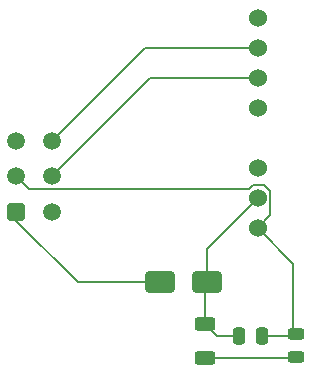
<source format=gbr>
%TF.GenerationSoftware,KiCad,Pcbnew,8.0.5*%
%TF.CreationDate,2024-09-29T17:59:16-05:00*%
%TF.ProjectId,pcb,7063622e-6b69-4636-9164-5f7063625858,rev?*%
%TF.SameCoordinates,Original*%
%TF.FileFunction,Copper,L1,Top*%
%TF.FilePolarity,Positive*%
%FSLAX46Y46*%
G04 Gerber Fmt 4.6, Leading zero omitted, Abs format (unit mm)*
G04 Created by KiCad (PCBNEW 8.0.5) date 2024-09-29 17:59:16*
%MOMM*%
%LPD*%
G01*
G04 APERTURE LIST*
G04 Aperture macros list*
%AMRoundRect*
0 Rectangle with rounded corners*
0 $1 Rounding radius*
0 $2 $3 $4 $5 $6 $7 $8 $9 X,Y pos of 4 corners*
0 Add a 4 corners polygon primitive as box body*
4,1,4,$2,$3,$4,$5,$6,$7,$8,$9,$2,$3,0*
0 Add four circle primitives for the rounded corners*
1,1,$1+$1,$2,$3*
1,1,$1+$1,$4,$5*
1,1,$1+$1,$6,$7*
1,1,$1+$1,$8,$9*
0 Add four rect primitives between the rounded corners*
20,1,$1+$1,$2,$3,$4,$5,0*
20,1,$1+$1,$4,$5,$6,$7,0*
20,1,$1+$1,$6,$7,$8,$9,0*
20,1,$1+$1,$8,$9,$2,$3,0*%
G04 Aperture macros list end*
%TA.AperFunction,ComponentPad*%
%ADD10C,1.524000*%
%TD*%
%TA.AperFunction,SMDPad,CuDef*%
%ADD11RoundRect,0.250000X-0.625000X0.312500X-0.625000X-0.312500X0.625000X-0.312500X0.625000X0.312500X0*%
%TD*%
%TA.AperFunction,ComponentPad*%
%ADD12RoundRect,0.250001X0.499999X-0.499999X0.499999X0.499999X-0.499999X0.499999X-0.499999X-0.499999X0*%
%TD*%
%TA.AperFunction,ComponentPad*%
%ADD13C,1.500000*%
%TD*%
%TA.AperFunction,SMDPad,CuDef*%
%ADD14RoundRect,0.243750X-0.456250X0.243750X-0.456250X-0.243750X0.456250X-0.243750X0.456250X0.243750X0*%
%TD*%
%TA.AperFunction,SMDPad,CuDef*%
%ADD15RoundRect,0.250000X1.000000X0.650000X-1.000000X0.650000X-1.000000X-0.650000X1.000000X-0.650000X0*%
%TD*%
%TA.AperFunction,SMDPad,CuDef*%
%ADD16RoundRect,0.250000X-0.250000X-0.475000X0.250000X-0.475000X0.250000X0.475000X-0.250000X0.475000X0*%
%TD*%
%TA.AperFunction,Conductor*%
%ADD17C,0.200000*%
%TD*%
G04 APERTURE END LIST*
D10*
%TO.P,U1,1,Vin-*%
%TO.N,GND*%
X110914000Y-100848000D03*
%TO.P,U1,2,Vin+*%
%TO.N,Net-(D1-K)*%
X110914000Y-98308000D03*
%TO.P,U1,3,RC*%
%TO.N,unconnected-(U1-RC-Pad3)*%
X110914000Y-95768000D03*
%TO.P,U1,5,NC*%
%TO.N,unconnected-(U1-NC-Pad5)*%
X110914000Y-90688000D03*
%TO.P,U1,6,Vout+*%
%TO.N,+12P*%
X110914000Y-88148000D03*
%TO.P,U1,7,Vout-*%
%TO.N,GNDD*%
X110914000Y-85608000D03*
%TO.P,U1,8,NC*%
%TO.N,unconnected-(U1-NC-Pad8)*%
X110914000Y-83068000D03*
%TD*%
D11*
%TO.P,R1,2*%
%TO.N,Net-(D2-A)*%
X106426000Y-111891000D03*
%TO.P,R1,1*%
%TO.N,Net-(D1-K)*%
X106426000Y-108966000D03*
%TD*%
D12*
%TO.P,J1,1,Pin_1*%
%TO.N,Net-(D1-A)*%
X90472000Y-99472000D03*
D13*
%TO.P,J1,2,Pin_2*%
%TO.N,GND*%
X90472000Y-96472000D03*
%TO.P,J1,3,Pin_3*%
%TO.N,unconnected-(J1-Pin_3-Pad3)*%
X90472000Y-93472000D03*
%TO.P,J1,4,Pin_4*%
%TO.N,unconnected-(J1-Pin_4-Pad4)*%
X93472000Y-99472000D03*
%TO.P,J1,5,Pin_5*%
%TO.N,+12P*%
X93472000Y-96472000D03*
%TO.P,J1,6,Pin_6*%
%TO.N,GNDD*%
X93472000Y-93472000D03*
%TD*%
D14*
%TO.P,D2,2,A*%
%TO.N,Net-(D2-A)*%
X114173000Y-111730000D03*
%TO.P,D2,1,K*%
%TO.N,GND*%
X114173000Y-109855000D03*
%TD*%
D15*
%TO.P,D1,2,A*%
%TO.N,Net-(D1-A)*%
X102616000Y-105410000D03*
%TO.P,D1,1,K*%
%TO.N,Net-(D1-K)*%
X106616000Y-105410000D03*
%TD*%
D16*
%TO.P,C1,2*%
%TO.N,GND*%
X111247000Y-109982000D03*
%TO.P,C1,1*%
%TO.N,Net-(D1-K)*%
X109347000Y-109982000D03*
%TD*%
D17*
%TO.N,GNDD*%
X101336000Y-85608000D02*
X110914000Y-85608000D01*
X93472000Y-93472000D02*
X101336000Y-85608000D01*
%TO.N,+12P*%
X101796000Y-88148000D02*
X110914000Y-88148000D01*
X93472000Y-96472000D02*
X101796000Y-88148000D01*
%TO.N,Net-(D1-A)*%
X95660001Y-105410000D02*
X102616000Y-105410000D01*
X90472000Y-100221999D02*
X95660001Y-105410000D01*
X90472000Y-99472000D02*
X90472000Y-100221999D01*
%TO.N,Net-(D1-K)*%
X106616000Y-102606000D02*
X110914000Y-98308000D01*
X106616000Y-105410000D02*
X106616000Y-102606000D01*
X106426000Y-105600000D02*
X106616000Y-105410000D01*
X106426000Y-108966000D02*
X106426000Y-105600000D01*
%TO.N,GND*%
X113919000Y-103853000D02*
X110914000Y-100848000D01*
X113919000Y-109982000D02*
X113919000Y-103853000D01*
X111247000Y-109982000D02*
X113919000Y-109982000D01*
%TO.N,Net-(D1-K)*%
X107442000Y-109982000D02*
X109347000Y-109982000D01*
X106426000Y-108966000D02*
X107442000Y-109982000D01*
%TO.N,Net-(D2-A)*%
X106460000Y-111857000D02*
X113919000Y-111857000D01*
X106426000Y-111891000D02*
X106460000Y-111857000D01*
%TO.N,GND*%
X90472000Y-96472000D02*
X91536000Y-97536000D01*
X111470000Y-97246000D02*
X111976000Y-97752000D01*
X91536000Y-97536000D02*
X110184105Y-97536000D01*
X110184105Y-97536000D02*
X110474105Y-97246000D01*
X110474105Y-97246000D02*
X111470000Y-97246000D01*
X111976000Y-99786000D02*
X110914000Y-100848000D01*
X111976000Y-97752000D02*
X111976000Y-99786000D01*
%TD*%
M02*

</source>
